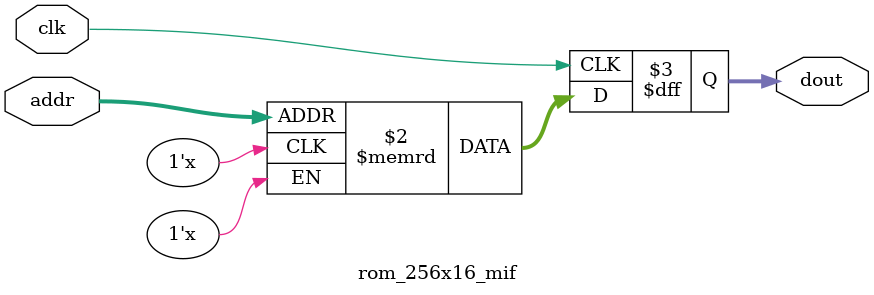
<source format=v>
module rom_256x16_mif (
	input 		[7:0] 	addr,
	input 					clk,
	output reg	[15:0]	dout
	);
	
	// This is a synthesis attribute, but doesn't work for simulation
	(* ram_init_file = "rom_contents.mif" *)
	reg [15:0] mem_array [0:255];

	always @(posedge clk)
		dout <= mem_array[addr];
		
endmodule

</source>
